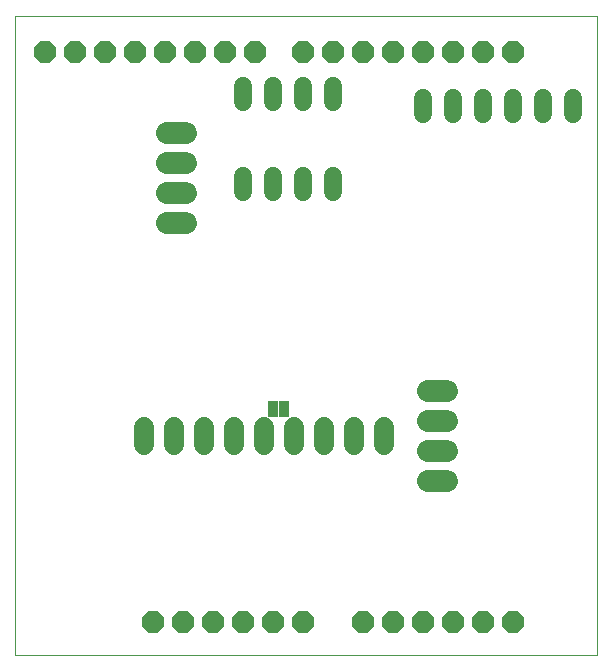
<source format=gbs>
G75*
G70*
%OFA0B0*%
%FSLAX24Y24*%
%IPPOS*%
%LPD*%
%AMOC8*
5,1,8,0,0,1.08239X$1,22.5*
%
%ADD10C,0.0000*%
%ADD11OC8,0.0740*%
%ADD12C,0.0595*%
%ADD13C,0.0725*%
%ADD14C,0.0600*%
%ADD15C,0.0680*%
%ADD16R,0.0330X0.0580*%
D10*
X011101Y003065D02*
X011101Y024365D01*
X030501Y024365D01*
X030501Y003065D01*
X011101Y003065D01*
D11*
X015701Y004165D03*
X016701Y004165D03*
X017701Y004165D03*
X018701Y004165D03*
X019701Y004165D03*
X020701Y004165D03*
X022701Y004165D03*
X023701Y004165D03*
X024701Y004165D03*
X025701Y004165D03*
X026701Y004165D03*
X027701Y004165D03*
X027701Y023165D03*
X026701Y023165D03*
X025701Y023165D03*
X024701Y023165D03*
X023701Y023165D03*
X022701Y023165D03*
X021701Y023165D03*
X020701Y023165D03*
X019101Y023165D03*
X018101Y023165D03*
X017101Y023165D03*
X016101Y023165D03*
X015101Y023165D03*
X014101Y023165D03*
X013101Y023165D03*
X012101Y023165D03*
D12*
X024701Y021622D02*
X024701Y021107D01*
X025701Y021107D02*
X025701Y021622D01*
X026701Y021622D02*
X026701Y021107D01*
X027701Y021107D02*
X027701Y021622D01*
X028701Y021622D02*
X028701Y021107D01*
X029701Y021107D02*
X029701Y021622D01*
D13*
X025524Y011865D02*
X024879Y011865D01*
X024879Y010865D02*
X025524Y010865D01*
X025524Y009865D02*
X024879Y009865D01*
X024879Y008865D02*
X025524Y008865D01*
X016824Y017465D02*
X016179Y017465D01*
X016179Y018465D02*
X016824Y018465D01*
X016824Y019465D02*
X016179Y019465D01*
X016179Y020465D02*
X016824Y020465D01*
D14*
X018701Y021505D02*
X018701Y022025D01*
X019701Y022025D02*
X019701Y021505D01*
X020701Y021505D02*
X020701Y022025D01*
X021701Y022025D02*
X021701Y021505D01*
X021701Y019025D02*
X021701Y018505D01*
X020701Y018505D02*
X020701Y019025D01*
X019701Y019025D02*
X019701Y018505D01*
X018701Y018505D02*
X018701Y019025D01*
D15*
X018401Y010665D02*
X018401Y010065D01*
X017401Y010065D02*
X017401Y010665D01*
X016401Y010665D02*
X016401Y010065D01*
X015401Y010065D02*
X015401Y010665D01*
X019401Y010665D02*
X019401Y010065D01*
X020401Y010065D02*
X020401Y010665D01*
X021401Y010665D02*
X021401Y010065D01*
X022401Y010065D02*
X022401Y010665D01*
X023401Y010665D02*
X023401Y010065D01*
D16*
X020078Y011265D03*
X019724Y011265D03*
M02*

</source>
